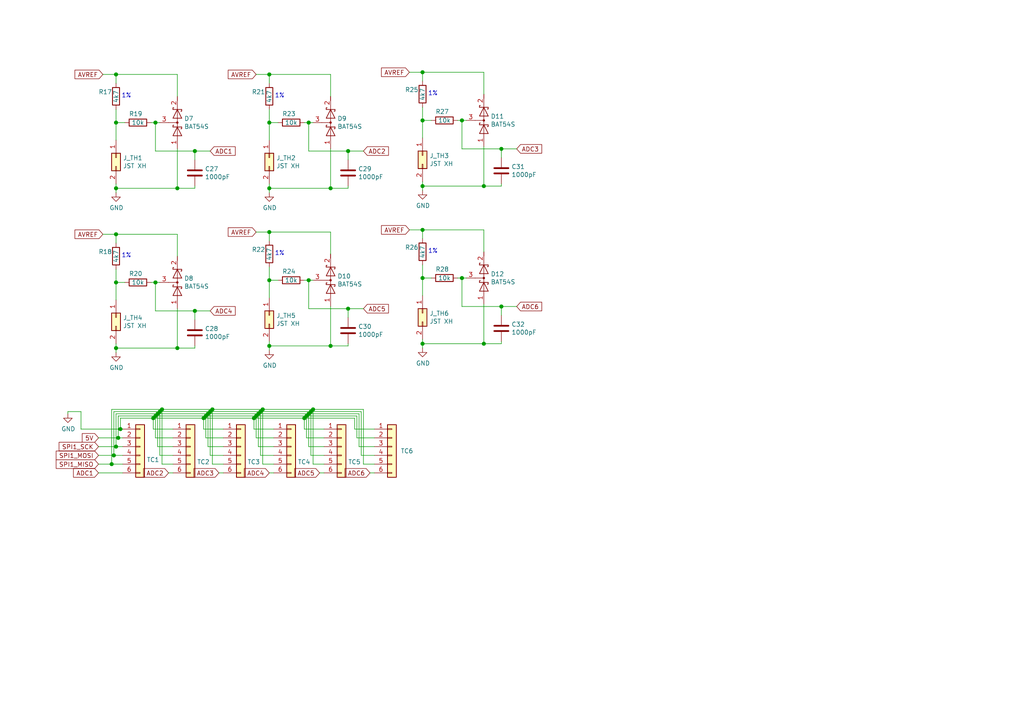
<source format=kicad_sch>
(kicad_sch (version 20201015) (generator eeschema)
  (page 1 8)
  (paper "A4")
  (lib_symbols
    (symbol "Connector_Generic:Conn_01x06" (pin_names hide)
      (property "Reference" "J" (at 0 7.62 0))
      (property "Value" "Conn_01x06" (at 0 -10.16 0))
      (symbol "Conn_01x06_1_1"
        (rectangle (start -1.27 -4.953) (end 0 -5.207))
        (rectangle (start -1.27 -7.493) (end 0 -7.747))
        (rectangle (start -1.27 -2.413) (end 0 -2.667))
        (rectangle (start -1.27 2.667) (end 0 2.413))
        (rectangle (start -1.27 5.207) (end 0 4.953))
        (rectangle (start -1.27 6.35) (end 1.27 -8.89) (stroke (width 0.254)) (fill (type background)))
        (rectangle (start -1.27 0.127) (end 0 -0.127))
        (pin passive line (at -5.08 5.08 0) (length 3.81) (name "Pin_1") (number "1"))
        (pin passive line (at -5.08 2.54 0) (length 3.81) (name "Pin_2") (number "2"))
        (pin passive line (at -5.08 0 0) (length 3.81) (name "Pin_3") (number "3"))
        (pin passive line (at -5.08 -2.54 0) (length 3.81) (name "Pin_4") (number "4"))
        (pin passive line (at -5.08 -5.08 0) (length 3.81) (name "Pin_5") (number "5"))
        (pin passive line (at -5.08 -7.62 0) (length 3.81) (name "Pin_6") (number "6"))
      )
    )
    (symbol "Connector_Generic:Conn_02x01" (pin_names hide)
      (property "Reference" "J" (at 1.27 2.54 0))
      (property "Value" "Conn_02x01" (at 1.27 -2.54 0))
      (symbol "Conn_02x01_1_1"
        (rectangle (start -1.27 0.127) (end 0 -0.127))
        (rectangle (start -1.27 1.27) (end 3.81 -1.27) (stroke (width 0.254)) (fill (type background)))
        (rectangle (start 3.81 0.127) (end 2.54 -0.127))
        (pin passive line (at -5.08 0 0) (length 3.81) (name "Pin_1") (number "1"))
        (pin passive line (at 7.62 0 180) (length 3.81) (name "Pin_2") (number "2"))
      )
    )
    (symbol "Device:C" (pin_numbers hide) (pin_names (offset 0.254))
      (property "Reference" "C" (at 0.635 2.54 0))
      (property "Value" "C" (at 0.635 -2.54 0))
      (symbol "C_0_1"
        (polyline (pts (xy -2.032 -0.762) (xy 2.032 -0.762)) (stroke (width 0.508)))
        (polyline (pts (xy -2.032 0.762) (xy 2.032 0.762)) (stroke (width 0.508)))
      )
      (symbol "C_1_1"
        (pin passive line (at 0 3.81 270) (length 2.794) (name "~") (number "1"))
        (pin passive line (at 0 -3.81 90) (length 2.794) (name "~") (number "2"))
      )
    )
    (symbol "Device:D_Schottky_x2_Serial_AKC" (pin_names (offset 0.762) hide)
      (property "Reference" "D" (at 1.27 -2.54 0))
      (property "Value" "D_Schottky_x2_Serial_AKC" (at 0 2.54 0))
      (symbol "D_Schottky_x2_Serial_AKC_0_1"
        (circle (center 0 0) (radius 0.254) (fill (type outline)))
        (polyline (pts (xy -3.81 0) (xy 3.81 0)))
        (polyline (pts (xy 0 0) (xy 0 -2.54)))
        (polyline (pts (xy 6.35 0) (xy 7.62 0)))
        (polyline (pts (xy -1.27 -1.27) (xy -1.27 1.27) (xy -1.27 1.27)) (stroke (width 0.2032)))
        (polyline (pts (xy 3.81 1.27) (xy 3.81 -1.27) (xy 3.81 -1.27)) (stroke (width 0.2032)))
        (polyline (pts (xy -1.27 -1.27) (xy -0.762 -1.27) (xy -0.762 -1.016) (xy -0.762 -1.016)) (stroke (width 0.2032)))
        (polyline (pts (xy 3.81 -1.27) (xy 4.318 -1.27) (xy 4.318 -1.016) (xy 4.318 -1.016)) (stroke (width 0.2032)))
        (polyline (pts (xy 3.81 1.27) (xy 3.302 1.27) (xy 3.302 1.016) (xy 3.302 1.016)) (stroke (width 0.2032)))
        (polyline (pts (xy -1.778 1.016) (xy -1.778 1.27) (xy -1.27 1.27) (xy -1.27 1.27) (xy -1.27 1.27)) (stroke (width 0.2032)))
        (polyline (pts (xy -3.81 1.27) (xy -1.27 0) (xy -3.81 -1.27) (xy -3.81 1.27) (xy -3.81 1.27) (xy -3.81 1.27)) (stroke (width 0.2032)))
        (polyline (pts (xy 1.27 1.27) (xy 3.81 0) (xy 1.27 -1.27) (xy 1.27 1.27) (xy 1.27 1.27) (xy 1.27 1.27)) (stroke (width 0.2032)))
        (pin passive line (at -7.62 0 0) (length 3.81) (name "A") (number "1"))
        (pin passive line (at 7.62 0 180) (length 3.81) (name "K") (number "2"))
        (pin passive line (at 0 -5.08 90) (length 2.54) (name "common") (number "3"))
      )
    )
    (symbol "Device:R" (pin_numbers hide) (pin_names (offset 0))
      (property "Reference" "R" (at 2.032 0 90))
      (property "Value" "R" (at 0 0 90))
      (symbol "R_0_1"
        (rectangle (start -1.016 -2.54) (end 1.016 2.54) (stroke (width 0.254)))
      )
      (symbol "R_1_1"
        (pin passive line (at 0 3.81 270) (length 1.27) (name "~") (number "1"))
        (pin passive line (at 0 -3.81 90) (length 1.27) (name "~") (number "2"))
      )
    )
    (symbol "power:GND" (power) (pin_names (offset 0))
      (property "Value" "GND" (at 0 -3.81 0))
      (symbol "GND_0_1"
        (polyline (pts (xy 0 0) (xy 0 -1.27) (xy 1.27 -1.27) (xy 0 -2.54) (xy -1.27 -1.27) (xy 0 -1.27)))
      )
      (symbol "GND_1_1"
        (pin power_in line (at 0 0 270) (length 0) hide (name "GND") (number "1"))
      )
    )
  )
  (junction (at 32.385 134.62) (diameter 1.016))
  (junction (at 33.02 132.08) (diameter 1.016))
  (junction (at 33.655 21.59) (diameter 1.016))
  (junction (at 33.655 35.56) (diameter 1.016))
  (junction (at 33.655 54.61) (diameter 1.016))
  (junction (at 33.655 67.945) (diameter 1.016))
  (junction (at 33.655 81.915) (diameter 1.016))
  (junction (at 33.655 100.965) (diameter 1.016))
  (junction (at 33.655 129.54) (diameter 1.016))
  (junction (at 34.29 127) (diameter 1.016))
  (junction (at 34.925 124.46) (diameter 1.016))
  (junction (at 44.45 121.285) (diameter 1.016))
  (junction (at 45.085 35.56) (diameter 1.016))
  (junction (at 45.085 81.915) (diameter 1.016))
  (junction (at 45.085 120.65) (diameter 1.016))
  (junction (at 45.72 120.015) (diameter 1.016))
  (junction (at 46.355 119.38) (diameter 1.016))
  (junction (at 46.99 118.745) (diameter 1.016))
  (junction (at 51.435 54.61) (diameter 1.016))
  (junction (at 51.435 100.965) (diameter 1.016))
  (junction (at 56.515 43.815) (diameter 1.016))
  (junction (at 56.515 90.17) (diameter 1.016))
  (junction (at 59.055 121.285) (diameter 1.016))
  (junction (at 59.69 120.65) (diameter 1.016))
  (junction (at 60.325 120.015) (diameter 1.016))
  (junction (at 60.96 119.38) (diameter 1.016))
  (junction (at 61.595 118.745) (diameter 1.016))
  (junction (at 73.66 121.285) (diameter 1.016))
  (junction (at 74.295 120.65) (diameter 1.016))
  (junction (at 74.93 120.015) (diameter 1.016))
  (junction (at 75.565 119.38) (diameter 1.016))
  (junction (at 76.2 118.745) (diameter 1.016))
  (junction (at 78.105 21.59) (diameter 1.016))
  (junction (at 78.105 35.56) (diameter 1.016))
  (junction (at 78.105 54.61) (diameter 1.016))
  (junction (at 78.105 67.31) (diameter 1.016))
  (junction (at 78.105 81.28) (diameter 1.016))
  (junction (at 78.105 100.33) (diameter 1.016))
  (junction (at 88.265 121.285) (diameter 1.016))
  (junction (at 88.9 120.65) (diameter 1.016))
  (junction (at 89.535 35.56) (diameter 1.016))
  (junction (at 89.535 81.28) (diameter 1.016))
  (junction (at 89.535 120.015) (diameter 1.016))
  (junction (at 90.17 119.38) (diameter 1.016))
  (junction (at 90.805 118.745) (diameter 1.016))
  (junction (at 95.885 54.61) (diameter 1.016))
  (junction (at 95.885 100.33) (diameter 1.016))
  (junction (at 100.965 43.815) (diameter 1.016))
  (junction (at 100.965 89.535) (diameter 1.016))
  (junction (at 122.555 20.955) (diameter 1.016))
  (junction (at 122.555 34.925) (diameter 1.016))
  (junction (at 122.555 53.975) (diameter 1.016))
  (junction (at 122.555 66.675) (diameter 1.016))
  (junction (at 122.555 80.645) (diameter 1.016))
  (junction (at 122.555 99.695) (diameter 1.016))
  (junction (at 133.985 34.925) (diameter 1.016))
  (junction (at 133.985 80.645) (diameter 1.016))
  (junction (at 140.335 53.975) (diameter 1.016))
  (junction (at 140.335 99.695) (diameter 1.016))
  (junction (at 145.415 43.18) (diameter 1.016))
  (junction (at 145.415 88.9) (diameter 1.016))
  (wire (pts (xy 19.685 119.38) (xy 19.685 120.015)))
  (wire (pts (xy 23.495 119.38) (xy 19.685 119.38)))
  (wire (pts (xy 23.495 124.46) (xy 23.495 119.38)))
  (wire (pts (xy 28.575 137.16) (xy 35.56 137.16)))
  (wire (pts (xy 32.385 118.745) (xy 32.385 134.62)))
  (wire (pts (xy 32.385 134.62) (xy 28.575 134.62)))
  (wire (pts (xy 33.02 119.38) (xy 33.02 132.08)))
  (wire (pts (xy 33.02 132.08) (xy 28.575 132.08)))
  (wire (pts (xy 33.655 21.59) (xy 29.845 21.59)))
  (wire (pts (xy 33.655 24.13) (xy 33.655 21.59)))
  (wire (pts (xy 33.655 31.75) (xy 33.655 35.56)))
  (wire (pts (xy 33.655 35.56) (xy 33.655 40.64)))
  (wire (pts (xy 33.655 53.34) (xy 33.655 54.61)))
  (wire (pts (xy 33.655 54.61) (xy 33.655 55.88)))
  (wire (pts (xy 33.655 67.945) (xy 29.845 67.945)))
  (wire (pts (xy 33.655 70.485) (xy 33.655 67.945)))
  (wire (pts (xy 33.655 78.105) (xy 33.655 81.915)))
  (wire (pts (xy 33.655 81.915) (xy 33.655 86.995)))
  (wire (pts (xy 33.655 99.695) (xy 33.655 100.965)))
  (wire (pts (xy 33.655 100.965) (xy 33.655 102.235)))
  (wire (pts (xy 33.655 120.015) (xy 33.655 129.54)))
  (wire (pts (xy 33.655 129.54) (xy 28.575 129.54)))
  (wire (pts (xy 34.29 120.65) (xy 34.29 127)))
  (wire (pts (xy 34.29 127) (xy 28.575 127)))
  (wire (pts (xy 34.925 121.285) (xy 34.925 124.46)))
  (wire (pts (xy 34.925 124.46) (xy 23.495 124.46)))
  (wire (pts (xy 35.56 124.46) (xy 34.925 124.46)))
  (wire (pts (xy 35.56 127) (xy 34.29 127)))
  (wire (pts (xy 35.56 129.54) (xy 33.655 129.54)))
  (wire (pts (xy 35.56 132.08) (xy 33.02 132.08)))
  (wire (pts (xy 35.56 134.62) (xy 32.385 134.62)))
  (wire (pts (xy 36.195 35.56) (xy 33.655 35.56)))
  (wire (pts (xy 36.195 81.915) (xy 33.655 81.915)))
  (wire (pts (xy 44.45 121.285) (xy 34.925 121.285)))
  (wire (pts (xy 44.45 121.285) (xy 59.055 121.285)))
  (wire (pts (xy 44.45 124.46) (xy 44.45 121.285)))
  (wire (pts (xy 45.085 35.56) (xy 43.815 35.56)))
  (wire (pts (xy 45.085 43.815) (xy 45.085 35.56)))
  (wire (pts (xy 45.085 81.915) (xy 43.815 81.915)))
  (wire (pts (xy 45.085 90.17) (xy 45.085 81.915)))
  (wire (pts (xy 45.085 120.65) (xy 34.29 120.65)))
  (wire (pts (xy 45.085 120.65) (xy 59.69 120.65)))
  (wire (pts (xy 45.085 127) (xy 45.085 120.65)))
  (wire (pts (xy 45.72 120.015) (xy 33.655 120.015)))
  (wire (pts (xy 45.72 120.015) (xy 60.325 120.015)))
  (wire (pts (xy 45.72 129.54) (xy 45.72 120.015)))
  (wire (pts (xy 46.355 35.56) (xy 45.085 35.56)))
  (wire (pts (xy 46.355 81.915) (xy 45.085 81.915)))
  (wire (pts (xy 46.355 119.38) (xy 33.02 119.38)))
  (wire (pts (xy 46.355 119.38) (xy 60.96 119.38)))
  (wire (pts (xy 46.355 132.08) (xy 46.355 119.38)))
  (wire (pts (xy 46.99 118.745) (xy 32.385 118.745)))
  (wire (pts (xy 46.99 134.62) (xy 46.99 118.745)))
  (wire (pts (xy 48.895 137.16) (xy 50.165 137.16)))
  (wire (pts (xy 50.165 124.46) (xy 44.45 124.46)))
  (wire (pts (xy 50.165 127) (xy 45.085 127)))
  (wire (pts (xy 50.165 129.54) (xy 45.72 129.54)))
  (wire (pts (xy 50.165 132.08) (xy 46.355 132.08)))
  (wire (pts (xy 50.165 134.62) (xy 46.99 134.62)))
  (wire (pts (xy 51.435 21.59) (xy 33.655 21.59)))
  (wire (pts (xy 51.435 27.94) (xy 51.435 21.59)))
  (wire (pts (xy 51.435 43.18) (xy 51.435 54.61)))
  (wire (pts (xy 51.435 54.61) (xy 33.655 54.61)))
  (wire (pts (xy 51.435 67.945) (xy 33.655 67.945)))
  (wire (pts (xy 51.435 74.295) (xy 51.435 67.945)))
  (wire (pts (xy 51.435 89.535) (xy 51.435 100.965)))
  (wire (pts (xy 51.435 100.965) (xy 33.655 100.965)))
  (wire (pts (xy 56.515 43.815) (xy 45.085 43.815)))
  (wire (pts (xy 56.515 43.815) (xy 60.96 43.815)))
  (wire (pts (xy 56.515 46.355) (xy 56.515 43.815)))
  (wire (pts (xy 56.515 53.975) (xy 56.515 54.61)))
  (wire (pts (xy 56.515 54.61) (xy 51.435 54.61)))
  (wire (pts (xy 56.515 90.17) (xy 45.085 90.17)))
  (wire (pts (xy 56.515 90.17) (xy 60.96 90.17)))
  (wire (pts (xy 56.515 92.71) (xy 56.515 90.17)))
  (wire (pts (xy 56.515 100.33) (xy 56.515 100.965)))
  (wire (pts (xy 56.515 100.965) (xy 51.435 100.965)))
  (wire (pts (xy 59.055 121.285) (xy 73.66 121.285)))
  (wire (pts (xy 59.055 124.46) (xy 59.055 121.285)))
  (wire (pts (xy 59.69 120.65) (xy 74.295 120.65)))
  (wire (pts (xy 59.69 127) (xy 59.69 120.65)))
  (wire (pts (xy 60.325 120.015) (xy 74.93 120.015)))
  (wire (pts (xy 60.325 129.54) (xy 60.325 120.015)))
  (wire (pts (xy 60.96 119.38) (xy 75.565 119.38)))
  (wire (pts (xy 60.96 132.08) (xy 60.96 119.38)))
  (wire (pts (xy 61.595 118.745) (xy 46.99 118.745)))
  (wire (pts (xy 61.595 134.62) (xy 61.595 118.745)))
  (wire (pts (xy 63.5 137.16) (xy 64.77 137.16)))
  (wire (pts (xy 64.77 124.46) (xy 59.055 124.46)))
  (wire (pts (xy 64.77 127) (xy 59.69 127)))
  (wire (pts (xy 64.77 129.54) (xy 60.325 129.54)))
  (wire (pts (xy 64.77 132.08) (xy 60.96 132.08)))
  (wire (pts (xy 64.77 134.62) (xy 61.595 134.62)))
  (wire (pts (xy 73.66 121.285) (xy 88.265 121.285)))
  (wire (pts (xy 73.66 124.46) (xy 73.66 121.285)))
  (wire (pts (xy 74.295 120.65) (xy 88.9 120.65)))
  (wire (pts (xy 74.295 127) (xy 74.295 120.65)))
  (wire (pts (xy 74.93 120.015) (xy 89.535 120.015)))
  (wire (pts (xy 74.93 129.54) (xy 74.93 120.015)))
  (wire (pts (xy 75.565 119.38) (xy 90.17 119.38)))
  (wire (pts (xy 75.565 132.08) (xy 75.565 119.38)))
  (wire (pts (xy 76.2 118.745) (xy 61.595 118.745)))
  (wire (pts (xy 76.2 134.62) (xy 76.2 118.745)))
  (wire (pts (xy 78.105 21.59) (xy 74.295 21.59)))
  (wire (pts (xy 78.105 24.13) (xy 78.105 21.59)))
  (wire (pts (xy 78.105 31.75) (xy 78.105 35.56)))
  (wire (pts (xy 78.105 35.56) (xy 78.105 40.64)))
  (wire (pts (xy 78.105 53.34) (xy 78.105 54.61)))
  (wire (pts (xy 78.105 54.61) (xy 78.105 55.88)))
  (wire (pts (xy 78.105 67.31) (xy 74.295 67.31)))
  (wire (pts (xy 78.105 69.85) (xy 78.105 67.31)))
  (wire (pts (xy 78.105 77.47) (xy 78.105 81.28)))
  (wire (pts (xy 78.105 81.28) (xy 78.105 86.36)))
  (wire (pts (xy 78.105 99.06) (xy 78.105 100.33)))
  (wire (pts (xy 78.105 100.33) (xy 78.105 101.6)))
  (wire (pts (xy 78.105 137.16) (xy 79.375 137.16)))
  (wire (pts (xy 79.375 124.46) (xy 73.66 124.46)))
  (wire (pts (xy 79.375 127) (xy 74.295 127)))
  (wire (pts (xy 79.375 129.54) (xy 74.93 129.54)))
  (wire (pts (xy 79.375 132.08) (xy 75.565 132.08)))
  (wire (pts (xy 79.375 134.62) (xy 76.2 134.62)))
  (wire (pts (xy 80.645 35.56) (xy 78.105 35.56)))
  (wire (pts (xy 80.645 81.28) (xy 78.105 81.28)))
  (wire (pts (xy 88.265 121.285) (xy 102.87 121.285)))
  (wire (pts (xy 88.265 124.46) (xy 88.265 121.285)))
  (wire (pts (xy 88.9 120.65) (xy 103.505 120.65)))
  (wire (pts (xy 88.9 127) (xy 88.9 120.65)))
  (wire (pts (xy 89.535 35.56) (xy 88.265 35.56)))
  (wire (pts (xy 89.535 43.815) (xy 89.535 35.56)))
  (wire (pts (xy 89.535 81.28) (xy 88.265 81.28)))
  (wire (pts (xy 89.535 89.535) (xy 89.535 81.28)))
  (wire (pts (xy 89.535 120.015) (xy 104.14 120.015)))
  (wire (pts (xy 89.535 129.54) (xy 89.535 120.015)))
  (wire (pts (xy 90.17 119.38) (xy 104.775 119.38)))
  (wire (pts (xy 90.17 132.08) (xy 90.17 119.38)))
  (wire (pts (xy 90.805 35.56) (xy 89.535 35.56)))
  (wire (pts (xy 90.805 81.28) (xy 89.535 81.28)))
  (wire (pts (xy 90.805 118.745) (xy 76.2 118.745)))
  (wire (pts (xy 90.805 134.62) (xy 90.805 118.745)))
  (wire (pts (xy 92.71 137.16) (xy 93.98 137.16)))
  (wire (pts (xy 93.98 124.46) (xy 88.265 124.46)))
  (wire (pts (xy 93.98 127) (xy 88.9 127)))
  (wire (pts (xy 93.98 129.54) (xy 89.535 129.54)))
  (wire (pts (xy 93.98 132.08) (xy 90.17 132.08)))
  (wire (pts (xy 93.98 134.62) (xy 90.805 134.62)))
  (wire (pts (xy 95.885 21.59) (xy 78.105 21.59)))
  (wire (pts (xy 95.885 27.94) (xy 95.885 21.59)))
  (wire (pts (xy 95.885 43.18) (xy 95.885 54.61)))
  (wire (pts (xy 95.885 54.61) (xy 78.105 54.61)))
  (wire (pts (xy 95.885 67.31) (xy 78.105 67.31)))
  (wire (pts (xy 95.885 73.66) (xy 95.885 67.31)))
  (wire (pts (xy 95.885 88.9) (xy 95.885 100.33)))
  (wire (pts (xy 95.885 100.33) (xy 78.105 100.33)))
  (wire (pts (xy 100.965 43.815) (xy 89.535 43.815)))
  (wire (pts (xy 100.965 43.815) (xy 105.41 43.815)))
  (wire (pts (xy 100.965 46.355) (xy 100.965 43.815)))
  (wire (pts (xy 100.965 53.975) (xy 100.965 54.61)))
  (wire (pts (xy 100.965 54.61) (xy 95.885 54.61)))
  (wire (pts (xy 100.965 89.535) (xy 89.535 89.535)))
  (wire (pts (xy 100.965 89.535) (xy 105.41 89.535)))
  (wire (pts (xy 100.965 92.075) (xy 100.965 89.535)))
  (wire (pts (xy 100.965 99.695) (xy 100.965 100.33)))
  (wire (pts (xy 100.965 100.33) (xy 95.885 100.33)))
  (wire (pts (xy 102.87 124.46) (xy 102.87 121.285)))
  (wire (pts (xy 103.505 127) (xy 103.505 120.65)))
  (wire (pts (xy 104.14 129.54) (xy 104.14 120.015)))
  (wire (pts (xy 104.775 132.08) (xy 104.775 119.38)))
  (wire (pts (xy 105.41 118.745) (xy 90.805 118.745)))
  (wire (pts (xy 105.41 134.62) (xy 105.41 118.745)))
  (wire (pts (xy 107.315 137.16) (xy 108.585 137.16)))
  (wire (pts (xy 108.585 124.46) (xy 102.87 124.46)))
  (wire (pts (xy 108.585 127) (xy 103.505 127)))
  (wire (pts (xy 108.585 129.54) (xy 104.14 129.54)))
  (wire (pts (xy 108.585 132.08) (xy 104.775 132.08)))
  (wire (pts (xy 108.585 134.62) (xy 105.41 134.62)))
  (wire (pts (xy 122.555 20.955) (xy 118.745 20.955)))
  (wire (pts (xy 122.555 23.495) (xy 122.555 20.955)))
  (wire (pts (xy 122.555 31.115) (xy 122.555 34.925)))
  (wire (pts (xy 122.555 34.925) (xy 122.555 40.005)))
  (wire (pts (xy 122.555 52.705) (xy 122.555 53.975)))
  (wire (pts (xy 122.555 53.975) (xy 122.555 55.245)))
  (wire (pts (xy 122.555 66.675) (xy 118.745 66.675)))
  (wire (pts (xy 122.555 69.215) (xy 122.555 66.675)))
  (wire (pts (xy 122.555 76.835) (xy 122.555 80.645)))
  (wire (pts (xy 122.555 80.645) (xy 122.555 85.725)))
  (wire (pts (xy 122.555 98.425) (xy 122.555 99.695)))
  (wire (pts (xy 122.555 99.695) (xy 122.555 100.965)))
  (wire (pts (xy 125.095 34.925) (xy 122.555 34.925)))
  (wire (pts (xy 125.095 80.645) (xy 122.555 80.645)))
  (wire (pts (xy 133.985 34.925) (xy 132.715 34.925)))
  (wire (pts (xy 133.985 43.18) (xy 133.985 34.925)))
  (wire (pts (xy 133.985 80.645) (xy 132.715 80.645)))
  (wire (pts (xy 133.985 88.9) (xy 133.985 80.645)))
  (wire (pts (xy 135.255 34.925) (xy 133.985 34.925)))
  (wire (pts (xy 135.255 80.645) (xy 133.985 80.645)))
  (wire (pts (xy 140.335 20.955) (xy 122.555 20.955)))
  (wire (pts (xy 140.335 27.305) (xy 140.335 20.955)))
  (wire (pts (xy 140.335 42.545) (xy 140.335 53.975)))
  (wire (pts (xy 140.335 53.975) (xy 122.555 53.975)))
  (wire (pts (xy 140.335 66.675) (xy 122.555 66.675)))
  (wire (pts (xy 140.335 73.025) (xy 140.335 66.675)))
  (wire (pts (xy 140.335 88.265) (xy 140.335 99.695)))
  (wire (pts (xy 140.335 99.695) (xy 122.555 99.695)))
  (wire (pts (xy 145.415 43.18) (xy 133.985 43.18)))
  (wire (pts (xy 145.415 43.18) (xy 149.86 43.18)))
  (wire (pts (xy 145.415 45.72) (xy 145.415 43.18)))
  (wire (pts (xy 145.415 53.34) (xy 145.415 53.975)))
  (wire (pts (xy 145.415 53.975) (xy 140.335 53.975)))
  (wire (pts (xy 145.415 88.9) (xy 133.985 88.9)))
  (wire (pts (xy 145.415 88.9) (xy 149.86 88.9)))
  (wire (pts (xy 145.415 91.44) (xy 145.415 88.9)))
  (wire (pts (xy 145.415 99.06) (xy 145.415 99.695)))
  (wire (pts (xy 145.415 99.695) (xy 140.335 99.695)))
  (text "1%" (at 38.1 28.575 180) (effects (font (size 1.27 1.27)) (justify right bottom)))
  (text "1%" (at 38.1 74.93 180) (effects (font (size 1.27 1.27)) (justify right bottom)))
  (text "1%" (at 82.55 28.575 180) (effects (font (size 1.27 1.27)) (justify right bottom)))
  (text "1%" (at 82.55 74.295 180) (effects (font (size 1.27 1.27)) (justify right bottom)))
  (text "1%" (at 127 27.94 180) (effects (font (size 1.27 1.27)) (justify right bottom)))
  (text "1%" (at 127 73.66 180) (effects (font (size 1.27 1.27)) (justify right bottom)))
  (global_label "5V" (shape input) (at 28.575 127 180))
  (global_label "SPI1_SCK" (shape input) (at 28.575 129.54 180))
  (global_label "SPI1_MOSI" (shape input) (at 28.575 132.08 180))
  (global_label "SPI1_MISO" (shape input) (at 28.575 134.62 180))
  (global_label "ADC1" (shape input) (at 28.575 137.16 180))
  (global_label "AVREF" (shape input) (at 29.845 21.59 180))
  (global_label "AVREF" (shape input) (at 29.845 67.945 180))
  (global_label "ADC2" (shape input) (at 48.895 137.16 180))
  (global_label "ADC1" (shape input) (at 60.96 43.815 0))
  (global_label "ADC4" (shape input) (at 60.96 90.17 0))
  (global_label "ADC3" (shape input) (at 63.5 137.16 180))
  (global_label "AVREF" (shape input) (at 74.295 21.59 180))
  (global_label "AVREF" (shape input) (at 74.295 67.31 180))
  (global_label "ADC4" (shape input) (at 78.105 137.16 180))
  (global_label "ADC5" (shape input) (at 92.71 137.16 180))
  (global_label "ADC2" (shape input) (at 105.41 43.815 0))
  (global_label "ADC5" (shape input) (at 105.41 89.535 0))
  (global_label "ADC6" (shape input) (at 107.315 137.16 180))
  (global_label "AVREF" (shape input) (at 118.745 20.955 180))
  (global_label "AVREF" (shape input) (at 118.745 66.675 180))
  (global_label "ADC3" (shape input) (at 149.86 43.18 0))
  (global_label "ADC6" (shape input) (at 149.86 88.9 0))
  (symbol (lib_id "power:GND") (at 19.685 120.015 0) (unit 1)
    (property "Reference" "#PWR021" (effects hide))
    (property "Value" "GND" (at 19.812 124.4092 0))
  )
  (symbol (lib_id "power:GND") (at 33.655 55.88 0) (unit 1)
    (property "Reference" "#PWR022" (effects hide))
    (property "Value" "GND" (at 33.782 60.2742 0))
  )
  (symbol (lib_id "power:GND") (at 33.655 102.235 0) (unit 1)
    (property "Reference" "#PWR023" (effects hide))
    (property "Value" "GND" (at 33.782 106.6292 0))
  )
  (symbol (lib_id "power:GND") (at 78.105 55.88 0) (unit 1)
    (property "Reference" "#PWR024" (effects hide))
    (property "Value" "GND" (at 78.232 60.2742 0))
  )
  (symbol (lib_id "power:GND") (at 78.105 101.6 0) (unit 1)
    (property "Reference" "#PWR025" (effects hide))
    (property "Value" "GND" (at 78.232 105.9942 0))
  )
  (symbol (lib_id "power:GND") (at 122.555 55.245 0) (unit 1)
    (property "Reference" "#PWR026" (effects hide))
    (property "Value" "GND" (at 122.682 59.6392 0))
  )
  (symbol (lib_id "power:GND") (at 122.555 100.965 0) (unit 1)
    (property "Reference" "#PWR027" (effects hide))
    (property "Value" "GND" (at 122.682 105.3592 0))
  )
  (symbol (lib_id "Device:R") (at 33.655 27.94 0) (unit 1)
    (property "Reference" "R17" (at 28.575 26.67 0) (effects (justify left)))
    (property "Value" "4k7" (at 33.655 29.845 90) (effects (justify left)))
    (property "Footprint" "PrntrBoardV2:R_0603_1608Metric" (effects hide))
    (property "Part #" "0603WAF4701T5E" (effects hide))
    (property "LCSC Part #" "C23162" (effects hide))
  )
  (symbol (lib_id "Device:R") (at 33.655 74.295 0) (unit 1)
    (property "Reference" "R18" (at 28.575 73.025 0) (effects (justify left)))
    (property "Value" "4k7" (at 33.655 76.2 90) (effects (justify left)))
    (property "Footprint" "PrntrBoardV2:R_0603_1608Metric" (effects hide))
    (property "Part #" "0603WAF4701T5E" (effects hide))
    (property "LCSC Part #" "C23162" (effects hide))
  )
  (symbol (lib_id "Device:R") (at 40.005 35.56 270) (unit 1)
    (property "Reference" "R19" (at 39.37 33.02 90))
    (property "Value" "10k" (at 40.005 35.56 90))
    (property "Footprint" "PrntrBoardV2:R_0603_1608Metric" (effects hide))
    (property "Part #" "0603WAF1002T5E" (effects hide))
    (property "LCSC Part #" "C25804" (effects hide))
  )
  (symbol (lib_id "Device:R") (at 40.005 81.915 270) (unit 1)
    (property "Reference" "R20" (at 39.37 79.375 90))
    (property "Value" "10k" (at 40.005 81.915 90))
    (property "Footprint" "PrntrBoardV2:R_0603_1608Metric" (effects hide))
    (property "Part #" "0603WAF1002T5E" (effects hide))
    (property "LCSC Part #" "C25804" (effects hide))
  )
  (symbol (lib_id "Device:R") (at 78.105 27.94 0) (unit 1)
    (property "Reference" "R21" (at 73.025 26.67 0) (effects (justify left)))
    (property "Value" "4k7" (at 78.105 29.845 90) (effects (justify left)))
    (property "Footprint" "PrntrBoardV2:R_0603_1608Metric" (effects hide))
    (property "Part #" "0603WAF4701T5E" (effects hide))
    (property "LCSC Part #" "C23162" (effects hide))
  )
  (symbol (lib_id "Device:R") (at 78.105 73.66 0) (unit 1)
    (property "Reference" "R22" (at 73.025 72.39 0) (effects (justify left)))
    (property "Value" "4k7" (at 78.105 75.565 90) (effects (justify left)))
    (property "Footprint" "PrntrBoardV2:R_0603_1608Metric" (effects hide))
    (property "Part #" "0603WAF4701T5E" (effects hide))
    (property "LCSC Part #" "C23162" (effects hide))
  )
  (symbol (lib_id "Device:R") (at 84.455 35.56 270) (unit 1)
    (property "Reference" "R23" (at 83.82 33.02 90))
    (property "Value" "10k" (at 84.455 35.56 90))
    (property "Footprint" "PrntrBoardV2:R_0603_1608Metric" (effects hide))
    (property "Part #" "0603WAF1002T5E" (effects hide))
    (property "LCSC Part #" "C25804" (effects hide))
  )
  (symbol (lib_id "Device:R") (at 84.455 81.28 270) (unit 1)
    (property "Reference" "R24" (at 83.82 78.74 90))
    (property "Value" "10k" (at 84.455 81.28 90))
    (property "Footprint" "PrntrBoardV2:R_0603_1608Metric" (effects hide))
    (property "Part #" "0603WAF1002T5E" (effects hide))
    (property "LCSC Part #" "C25804" (effects hide))
  )
  (symbol (lib_id "Device:R") (at 122.555 27.305 0) (unit 1)
    (property "Reference" "R25" (at 117.475 26.035 0) (effects (justify left)))
    (property "Value" "4k7" (at 122.555 29.21 90) (effects (justify left)))
    (property "Footprint" "PrntrBoardV2:R_0603_1608Metric" (effects hide))
    (property "Part #" "0603WAF4701T5E" (effects hide))
    (property "LCSC Part #" "C23162" (effects hide))
  )
  (symbol (lib_id "Device:R") (at 122.555 73.025 0) (unit 1)
    (property "Reference" "R26" (at 117.475 71.755 0) (effects (justify left)))
    (property "Value" "4k7" (at 122.555 74.93 90) (effects (justify left)))
    (property "Footprint" "PrntrBoardV2:R_0603_1608Metric" (effects hide))
    (property "Part #" "0603WAF4701T5E" (effects hide))
    (property "LCSC Part #" "C23162" (effects hide))
  )
  (symbol (lib_id "Device:R") (at 128.905 34.925 270) (unit 1)
    (property "Reference" "R27" (at 128.27 32.385 90))
    (property "Value" "10k" (at 128.905 34.925 90))
    (property "Footprint" "PrntrBoardV2:R_0603_1608Metric" (effects hide))
    (property "Part #" "0603WAF1002T5E" (effects hide))
    (property "LCSC Part #" "C25804" (effects hide))
  )
  (symbol (lib_id "Device:R") (at 128.905 80.645 270) (unit 1)
    (property "Reference" "R28" (at 128.27 78.105 90))
    (property "Value" "10k" (at 128.905 80.645 90))
    (property "Footprint" "PrntrBoardV2:R_0603_1608Metric" (effects hide))
    (property "Part #" "0603WAF1002T5E" (effects hide))
    (property "LCSC Part #" "C25804" (effects hide))
  )
  (symbol (lib_id "Device:C") (at 56.515 50.165 0) (unit 1)
    (property "Reference" "C27" (at 59.436 48.9966 0) (effects (justify left)))
    (property "Value" "1000pF" (at 59.436 51.308 0) (effects (justify left)))
    (property "Footprint" "PrntrBoardV2:C_0603_1608Metric" (effects hide))
    (property "Part #" "CL10B102KB8NNNC" (effects hide))
    (property "LCSC Part #" "C1588" (effects hide))
  )
  (symbol (lib_id "Device:C") (at 56.515 96.52 0) (unit 1)
    (property "Reference" "C28" (at 59.436 95.3516 0) (effects (justify left)))
    (property "Value" "1000pF" (at 59.436 97.663 0) (effects (justify left)))
    (property "Footprint" "PrntrBoardV2:C_0603_1608Metric" (effects hide))
    (property "Part #" "CL10B102KB8NNNC" (effects hide))
    (property "LCSC Part #" "C1588" (effects hide))
  )
  (symbol (lib_id "Device:C") (at 100.965 50.165 0) (unit 1)
    (property "Reference" "C29" (at 103.886 48.9966 0) (effects (justify left)))
    (property "Value" "1000pF" (at 103.886 51.308 0) (effects (justify left)))
    (property "Footprint" "PrntrBoardV2:C_0603_1608Metric" (effects hide))
    (property "Part #" "CL10B102KB8NNNC" (effects hide))
    (property "LCSC Part #" "C1588" (effects hide))
  )
  (symbol (lib_id "Device:C") (at 100.965 95.885 0) (unit 1)
    (property "Reference" "C30" (at 103.886 94.7166 0) (effects (justify left)))
    (property "Value" "1000pF" (at 103.886 97.028 0) (effects (justify left)))
    (property "Footprint" "PrntrBoardV2:C_0603_1608Metric" (effects hide))
    (property "Part #" "CL10B102KB8NNNC" (effects hide))
    (property "LCSC Part #" "C1588" (effects hide))
  )
  (symbol (lib_id "Device:C") (at 145.415 49.53 0) (unit 1)
    (property "Reference" "C31" (at 148.336 48.3616 0) (effects (justify left)))
    (property "Value" "1000pF" (at 148.336 50.673 0) (effects (justify left)))
    (property "Footprint" "PrntrBoardV2:C_0603_1608Metric" (effects hide))
    (property "Part #" "CL10B102KB8NNNC" (effects hide))
    (property "LCSC Part #" "C1588" (effects hide))
  )
  (symbol (lib_id "Device:C") (at 145.415 95.25 0) (unit 1)
    (property "Reference" "C32" (at 148.336 94.0816 0) (effects (justify left)))
    (property "Value" "1000pF" (at 148.336 96.393 0) (effects (justify left)))
    (property "Footprint" "PrntrBoardV2:C_0603_1608Metric" (effects hide))
    (property "Part #" "CL10B102KB8NNNC" (effects hide))
    (property "LCSC Part #" "C1588" (effects hide))
  )
  (symbol (lib_id "Connector_Generic:Conn_02x01") (at 33.655 45.72 270) (unit 1)
    (property "Reference" "J_TH1" (at 35.687 45.8216 90) (effects (justify left)))
    (property "Value" "JST XH" (at 35.687 48.133 90) (effects (justify left)))
    (property "Footprint" "Connector_JST:JST_XH_B2B-XH-A_1x02_P2.50mm_Vertical" (effects hide))
  )
  (symbol (lib_id "Connector_Generic:Conn_02x01") (at 33.655 92.075 270) (unit 1)
    (property "Reference" "J_TH4" (at 35.687 92.1766 90) (effects (justify left)))
    (property "Value" "JST XH" (at 35.687 94.488 90) (effects (justify left)))
    (property "Footprint" "Connector_JST:JST_XH_B2B-XH-A_1x02_P2.50mm_Vertical" (effects hide))
  )
  (symbol (lib_id "Connector_Generic:Conn_02x01") (at 78.105 45.72 270) (unit 1)
    (property "Reference" "J_TH2" (at 80.137 45.8216 90) (effects (justify left)))
    (property "Value" "JST XH" (at 80.137 48.133 90) (effects (justify left)))
    (property "Footprint" "Connector_JST:JST_XH_B2B-XH-A_1x02_P2.50mm_Vertical" (effects hide))
  )
  (symbol (lib_id "Connector_Generic:Conn_02x01") (at 78.105 91.44 270) (unit 1)
    (property "Reference" "J_TH5" (at 80.137 91.5416 90) (effects (justify left)))
    (property "Value" "JST XH" (at 80.137 93.853 90) (effects (justify left)))
    (property "Footprint" "Connector_JST:JST_XH_B2B-XH-A_1x02_P2.50mm_Vertical" (effects hide))
  )
  (symbol (lib_id "Connector_Generic:Conn_02x01") (at 122.555 45.085 270) (unit 1)
    (property "Reference" "J_TH3" (at 124.587 45.1866 90) (effects (justify left)))
    (property "Value" "JST XH" (at 124.587 47.498 90) (effects (justify left)))
    (property "Footprint" "Connector_JST:JST_XH_B2B-XH-A_1x02_P2.50mm_Vertical" (effects hide))
  )
  (symbol (lib_id "Connector_Generic:Conn_02x01") (at 122.555 90.805 270) (unit 1)
    (property "Reference" "J_TH6" (at 124.587 90.9066 90) (effects (justify left)))
    (property "Value" "JST XH" (at 124.587 93.218 90) (effects (justify left)))
    (property "Footprint" "Connector_JST:JST_XH_B2B-XH-A_1x02_P2.50mm_Vertical" (effects hide))
  )
  (symbol (lib_id "Connector_Generic:Conn_01x06") (at 40.64 129.54 0) (unit 1)
    (property "Reference" "TC1" (at 42.545 133.35 0) (effects (justify left)))
    (property "Value" "TC" (effects hide))
    (property "Footprint" "kicad-molex-sl-footprints:Molex-SL-6POS" (effects hide))
  )
  (symbol (lib_id "Connector_Generic:Conn_01x06") (at 55.245 129.54 0) (unit 1)
    (property "Reference" "TC2" (at 57.15 133.985 0) (effects (justify left)))
    (property "Value" "TC" (effects hide))
    (property "Footprint" "kicad-molex-sl-footprints:Molex-SL-6POS" (effects hide))
  )
  (symbol (lib_id "Connector_Generic:Conn_01x06") (at 69.85 129.54 0) (unit 1)
    (property "Reference" "TC3" (at 71.755 133.985 0) (effects (justify left)))
    (property "Value" "TC" (effects hide))
    (property "Footprint" "kicad-molex-sl-footprints:Molex-SL-6POS" (effects hide))
  )
  (symbol (lib_id "Connector_Generic:Conn_01x06") (at 84.455 129.54 0) (unit 1)
    (property "Reference" "TC4" (at 86.36 133.985 0) (effects (justify left)))
    (property "Value" "TC" (effects hide))
    (property "Footprint" "kicad-molex-sl-footprints:Molex-SL-6POS" (effects hide))
  )
  (symbol (lib_id "Connector_Generic:Conn_01x06") (at 99.06 129.54 0) (unit 1)
    (property "Reference" "TC5" (at 100.965 133.985 0) (effects (justify left)))
    (property "Value" "TC" (effects hide))
    (property "Footprint" "kicad-molex-sl-footprints:Molex-SL-6POS" (effects hide))
  )
  (symbol (lib_id "Connector_Generic:Conn_01x06") (at 113.665 129.54 0) (unit 1)
    (property "Reference" "TC6" (at 116.205 130.81 0) (effects (justify left)))
    (property "Value" "TC" (effects hide))
    (property "Footprint" "kicad-molex-sl-footprints:Molex-SL-6POS" (effects hide))
  )
  (symbol (lib_id "Device:D_Schottky_x2_Serial_AKC") (at 51.435 35.56 270) (mirror x) (unit 1)
    (property "Reference" "D7" (at 53.4162 34.3916 90) (effects (justify left)))
    (property "Value" "BAT54S" (at 53.4162 36.703 90) (effects (justify left)))
    (property "Footprint" "Package_TO_SOT_SMD:SOT-23" (effects hide))
    (property "Part #" "BAT54S" (effects hide))
    (property "LCSC Part #" "C181201" (effects hide))
  )
  (symbol (lib_id "Device:D_Schottky_x2_Serial_AKC") (at 51.435 81.915 270) (mirror x) (unit 1)
    (property "Reference" "D8" (at 53.4162 80.7466 90) (effects (justify left)))
    (property "Value" "BAT54S" (at 53.4162 83.058 90) (effects (justify left)))
    (property "Footprint" "Package_TO_SOT_SMD:SOT-23" (effects hide))
    (property "Part #" "BAT54S" (effects hide))
    (property "LCSC Part #" "C181201" (effects hide))
  )
  (symbol (lib_id "Device:D_Schottky_x2_Serial_AKC") (at 95.885 35.56 270) (mirror x) (unit 1)
    (property "Reference" "D9" (at 97.8662 34.3916 90) (effects (justify left)))
    (property "Value" "BAT54S" (at 97.8662 36.703 90) (effects (justify left)))
    (property "Footprint" "Package_TO_SOT_SMD:SOT-23" (effects hide))
    (property "Part #" "BAT54S" (effects hide))
    (property "LCSC Part #" "C181201" (effects hide))
  )
  (symbol (lib_id "Device:D_Schottky_x2_Serial_AKC") (at 95.885 81.28 270) (mirror x) (unit 1)
    (property "Reference" "D10" (at 97.8662 80.1116 90) (effects (justify left)))
    (property "Value" "BAT54S" (at 97.8662 82.423 90) (effects (justify left)))
    (property "Footprint" "Package_TO_SOT_SMD:SOT-23" (effects hide))
    (property "Part #" "BAT54S" (effects hide))
    (property "LCSC Part #" "C181201" (effects hide))
  )
  (symbol (lib_id "Device:D_Schottky_x2_Serial_AKC") (at 140.335 34.925 270) (mirror x) (unit 1)
    (property "Reference" "D11" (at 142.3162 33.7566 90) (effects (justify left)))
    (property "Value" "BAT54S" (at 142.3162 36.068 90) (effects (justify left)))
    (property "Footprint" "Package_TO_SOT_SMD:SOT-23" (effects hide))
    (property "Part #" "BAT54S" (effects hide))
    (property "LCSC Part #" "C181201" (effects hide))
  )
  (symbol (lib_id "Device:D_Schottky_x2_Serial_AKC") (at 140.335 80.645 270) (mirror x) (unit 1)
    (property "Reference" "D12" (at 142.3162 79.4766 90) (effects (justify left)))
    (property "Value" "BAT54S" (at 142.3162 81.788 90) (effects (justify left)))
    (property "Footprint" "Package_TO_SOT_SMD:SOT-23" (effects hide))
    (property "Part #" "BAT54S" (effects hide))
    (property "LCSC Part #" "C181201" (effects hide))
  )
)
</source>
